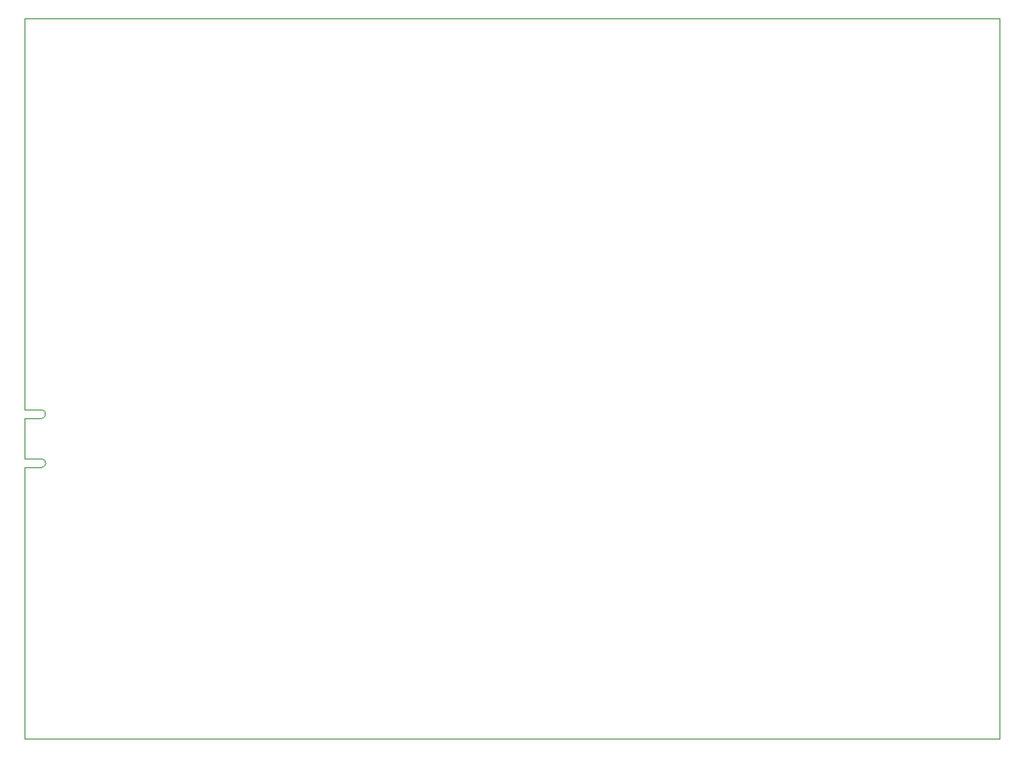
<source format=gbr>
%TF.GenerationSoftware,KiCad,Pcbnew,9.0.6*%
%TF.CreationDate,2025-12-23T13:53:16+01:00*%
%TF.ProjectId,demo wateranalyser,64656d6f-2077-4617-9465-72616e616c79,rev?*%
%TF.SameCoordinates,Original*%
%TF.FileFunction,Profile,NP*%
%FSLAX46Y46*%
G04 Gerber Fmt 4.6, Leading zero omitted, Abs format (unit mm)*
G04 Created by KiCad (PCBNEW 9.0.6) date 2025-12-23 13:53:16*
%MOMM*%
%LPD*%
G01*
G04 APERTURE LIST*
%TA.AperFunction,Profile*%
%ADD10C,0.050000*%
%TD*%
%TA.AperFunction,Profile*%
%ADD11C,0.100000*%
%TD*%
G04 APERTURE END LIST*
D10*
X126250000Y-17400000D02*
X220500000Y-17400000D01*
X220500000Y-87100000D02*
X126250000Y-87100000D01*
X126250000Y-54325000D02*
X126250000Y-17400000D01*
X126250000Y-61825000D02*
X126250000Y-87100000D01*
X220500000Y-17400000D02*
X220500000Y-87100000D01*
D11*
%TO.C,J7*%
X127825000Y-60025000D02*
G75*
G02*
X127825000Y-60875000I0J-425000D01*
G01*
X127825000Y-55275000D02*
G75*
G02*
X127825000Y-56125000I0J-425000D01*
G01*
X127825000Y-60875000D02*
X126250000Y-60875000D01*
X127825000Y-60025000D02*
X126250000Y-60025000D01*
X127825000Y-56125000D02*
X126250000Y-56125000D01*
X127825000Y-55275000D02*
X126250000Y-55275000D01*
X126250000Y-60875000D02*
X126250000Y-61825000D01*
X126250000Y-56125000D02*
X126250000Y-60025000D01*
X126250000Y-54325000D02*
X126250000Y-55275000D01*
%TD*%
M02*

</source>
